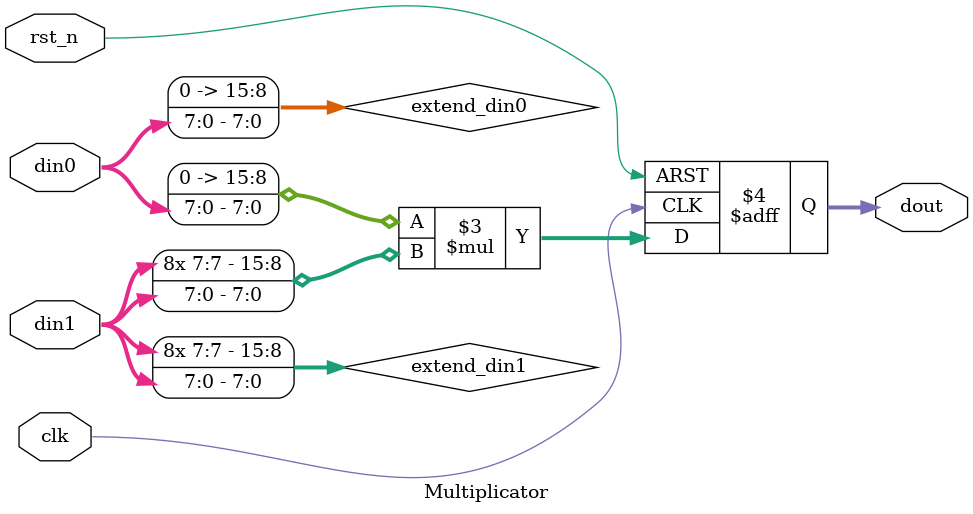
<source format=v>
module Multiplicator(
    input clk, rst_n,
    input [7:0] din0,
    input [7:0] din1,
    output reg [15:0] dout
    );
    wire [15:0] extend_din0, extend_din1;

    assign extend_din0 = {{8{1'b0}}, din0};
    assign extend_din1 = {{8{din1[7]}}, din1};

    always @(posedge clk or negedge rst_n) begin
        if (!rst_n) dout <= 0;
        else dout <= extend_din0 * extend_din1;
    end
    
endmodule
</source>
